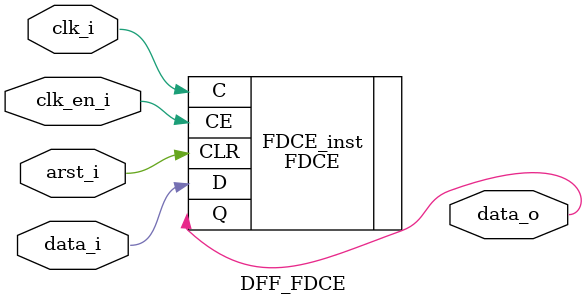
<source format=sv>
`timescale 1ns / 1ps

//D Flip-Flop with Clock Enab;e and Asynchronous Clear
module DFF_FDCE(
    input   logic arst_i,
    input   logic clk_en_i,
    input   logic data_i,
    input   logic clk_i,
    output  logic data_o
    );
    FDCE #(
        .INIT(1'b0)
    ) FDCE_inst (
        .Q  (data_o),
        .C  (clk_i),
        .CE (clk_en_i),
        .CLR(arst_i),
        .D  (data_i)
    );
endmodule

</source>
